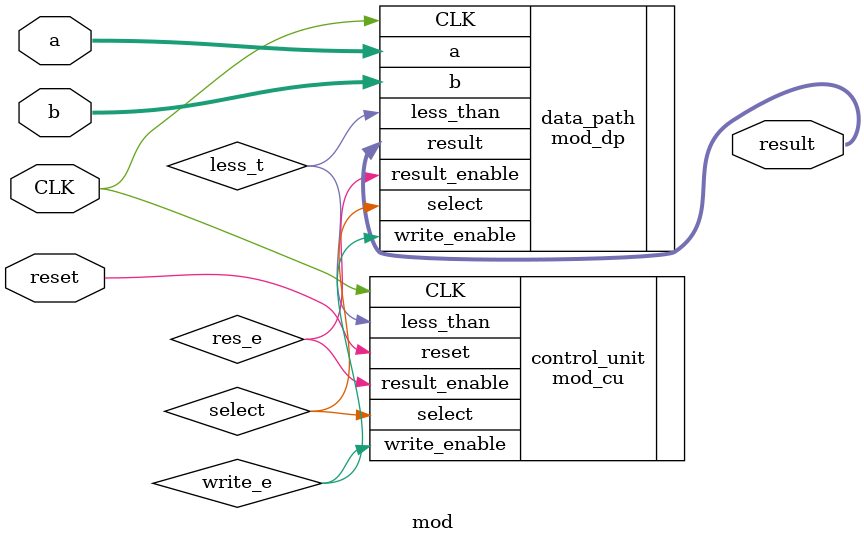
<source format=v>
module mod(
	input CLK,
	input reset,
	input [31:0] a, b,
	output [31:0] result
);
	wire less_t,
		select,
		write_e,
		res_e;

	mod_cu control_unit(
		.CLK(CLK),
		.reset(reset),
		.less_than(less_t),
		.select(select),
		.write_enable(write_e),
		.result_enable(res_e)
	);

	mod_dp data_path(
		.CLK(CLK),
		.select(select),
		.write_enable(write_e),
		.result_enable(res_e),
		.a(a),
		.b(b),
		.less_than(less_t),
		.result(result)
	);

endmodule
</source>
